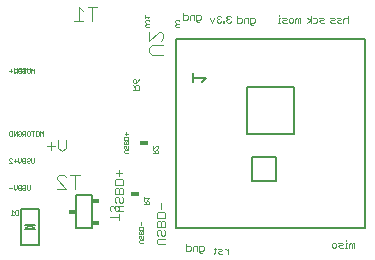
<source format=gbo>
G75*
%MOIN*%
%OFA0B0*%
%FSLAX25Y25*%
%IPPOS*%
%LPD*%
%AMOC8*
5,1,8,0,0,1.08239X$1,22.5*
%
%ADD10C,0.00300*%
%ADD11C,0.00200*%
%ADD12C,0.00500*%
%ADD13C,0.00100*%
%ADD14R,0.03000X0.01800*%
%ADD15C,0.00400*%
%ADD16R,0.02362X0.01772*%
%ADD17C,0.00800*%
%ADD18C,0.00600*%
D10*
X0036999Y0017620D02*
X0039901Y0017620D01*
X0039901Y0018587D02*
X0039901Y0016652D01*
X0039418Y0019599D02*
X0039901Y0020083D01*
X0039901Y0021050D01*
X0039418Y0021534D01*
X0038934Y0021534D01*
X0038450Y0021050D01*
X0037966Y0021534D01*
X0037483Y0021534D01*
X0036999Y0021050D01*
X0036999Y0020083D01*
X0037483Y0019599D01*
X0038599Y0020083D02*
X0038599Y0021050D01*
X0039083Y0021534D01*
X0041501Y0021534D01*
X0041018Y0022545D02*
X0040534Y0022545D01*
X0040050Y0023029D01*
X0040050Y0023997D01*
X0039566Y0024480D01*
X0039083Y0024480D01*
X0038599Y0023997D01*
X0038599Y0023029D01*
X0039083Y0022545D01*
X0038450Y0021050D02*
X0038450Y0020566D01*
X0038599Y0020083D02*
X0039083Y0019599D01*
X0041501Y0019599D01*
X0041018Y0022545D02*
X0041501Y0023029D01*
X0041501Y0023997D01*
X0041018Y0024480D01*
X0041501Y0025492D02*
X0038599Y0025492D01*
X0038599Y0026943D01*
X0039083Y0027427D01*
X0039566Y0027427D01*
X0040050Y0026943D01*
X0040050Y0025492D01*
X0040050Y0026943D02*
X0040534Y0027427D01*
X0041018Y0027427D01*
X0041501Y0026943D01*
X0041501Y0025492D01*
X0041501Y0028438D02*
X0041501Y0029890D01*
X0041018Y0030373D01*
X0039083Y0030373D01*
X0038599Y0029890D01*
X0038599Y0028438D01*
X0041501Y0028438D01*
X0040050Y0031385D02*
X0040050Y0033320D01*
X0041018Y0032352D02*
X0039083Y0032352D01*
X0054050Y0022320D02*
X0054050Y0020385D01*
X0053083Y0019373D02*
X0055018Y0019373D01*
X0055501Y0018890D01*
X0055501Y0017438D01*
X0052599Y0017438D01*
X0052599Y0018890D01*
X0053083Y0019373D01*
X0053083Y0016427D02*
X0052599Y0015943D01*
X0052599Y0014492D01*
X0055501Y0014492D01*
X0055501Y0015943D01*
X0055018Y0016427D01*
X0054534Y0016427D01*
X0054050Y0015943D01*
X0054050Y0014492D01*
X0053566Y0013480D02*
X0053083Y0013480D01*
X0052599Y0012997D01*
X0052599Y0012029D01*
X0053083Y0011545D01*
X0053083Y0010534D02*
X0055501Y0010534D01*
X0055018Y0011545D02*
X0054534Y0011545D01*
X0054050Y0012029D01*
X0054050Y0012997D01*
X0053566Y0013480D01*
X0055018Y0013480D02*
X0055501Y0012997D01*
X0055501Y0012029D01*
X0055018Y0011545D01*
X0053083Y0010534D02*
X0052599Y0010050D01*
X0052599Y0009083D01*
X0053083Y0008599D01*
X0055501Y0008599D01*
X0054050Y0015943D02*
X0053566Y0016427D01*
X0053083Y0016427D01*
X0022299Y0040833D02*
X0022299Y0043302D01*
X0022299Y0040833D02*
X0021064Y0039599D01*
X0019830Y0040833D01*
X0019830Y0043302D01*
X0018616Y0041450D02*
X0016147Y0041450D01*
X0017381Y0042685D02*
X0017381Y0040216D01*
D11*
X0044649Y0060129D02*
X0046851Y0060129D01*
X0046851Y0061230D01*
X0046484Y0061597D01*
X0045750Y0061597D01*
X0045383Y0061230D01*
X0045383Y0060129D01*
X0045383Y0060863D02*
X0044649Y0061597D01*
X0045016Y0062339D02*
X0044649Y0062706D01*
X0044649Y0063440D01*
X0045016Y0063807D01*
X0045383Y0063807D01*
X0045750Y0063440D01*
X0045750Y0062339D01*
X0045016Y0062339D01*
X0045750Y0062339D02*
X0046484Y0063073D01*
X0046851Y0063807D01*
X0061461Y0083549D02*
X0062562Y0083549D01*
X0062929Y0083916D01*
X0062929Y0084650D01*
X0062562Y0085017D01*
X0061461Y0085017D01*
X0061461Y0085751D02*
X0061461Y0083549D01*
X0063671Y0083549D02*
X0063671Y0084650D01*
X0064038Y0085017D01*
X0065139Y0085017D01*
X0065139Y0083549D01*
X0065881Y0083549D02*
X0066982Y0083549D01*
X0067349Y0083916D01*
X0067349Y0084650D01*
X0066982Y0085017D01*
X0065881Y0085017D01*
X0065881Y0083182D01*
X0066248Y0082815D01*
X0066615Y0082815D01*
X0070356Y0084017D02*
X0071090Y0082549D01*
X0071824Y0084017D01*
X0072566Y0084017D02*
X0072933Y0083650D01*
X0072566Y0083283D01*
X0072566Y0082916D01*
X0072933Y0082549D01*
X0073667Y0082549D01*
X0074034Y0082916D01*
X0074772Y0082916D02*
X0074772Y0082549D01*
X0075139Y0082549D01*
X0075139Y0082916D01*
X0074772Y0082916D01*
X0075881Y0082916D02*
X0076248Y0082549D01*
X0076982Y0082549D01*
X0077349Y0082916D01*
X0076615Y0083650D02*
X0076248Y0083650D01*
X0075881Y0083283D01*
X0075881Y0082916D01*
X0076248Y0083650D02*
X0075881Y0084017D01*
X0075881Y0084384D01*
X0076248Y0084751D01*
X0076982Y0084751D01*
X0077349Y0084384D01*
X0079461Y0084751D02*
X0079461Y0082549D01*
X0080562Y0082549D01*
X0080929Y0082916D01*
X0080929Y0083650D01*
X0080562Y0084017D01*
X0079461Y0084017D01*
X0081671Y0083650D02*
X0081671Y0082549D01*
X0081671Y0083650D02*
X0082038Y0084017D01*
X0083139Y0084017D01*
X0083139Y0082549D01*
X0083881Y0082549D02*
X0084982Y0082549D01*
X0085349Y0082916D01*
X0085349Y0083650D01*
X0084982Y0084017D01*
X0083881Y0084017D01*
X0083881Y0082182D01*
X0084248Y0081815D01*
X0084615Y0081815D01*
X0092985Y0082549D02*
X0093719Y0082549D01*
X0093352Y0082549D02*
X0093352Y0084017D01*
X0093719Y0084017D01*
X0094461Y0084017D02*
X0095562Y0084017D01*
X0095929Y0083650D01*
X0095562Y0083283D01*
X0094828Y0083283D01*
X0094461Y0082916D01*
X0094828Y0082549D01*
X0095929Y0082549D01*
X0096671Y0082916D02*
X0097038Y0082549D01*
X0097772Y0082549D01*
X0098139Y0082916D01*
X0098139Y0083650D01*
X0097772Y0084017D01*
X0097038Y0084017D01*
X0096671Y0083650D01*
X0096671Y0082916D01*
X0098881Y0082549D02*
X0098881Y0083650D01*
X0099248Y0084017D01*
X0099615Y0083650D01*
X0099615Y0082549D01*
X0100349Y0082549D02*
X0100349Y0084017D01*
X0099982Y0084017D01*
X0099615Y0083650D01*
X0102828Y0084017D02*
X0103929Y0083283D01*
X0102828Y0082549D01*
X0103929Y0082549D02*
X0103929Y0084751D01*
X0104671Y0084017D02*
X0105772Y0084017D01*
X0106139Y0083650D01*
X0106139Y0082916D01*
X0105772Y0082549D01*
X0104671Y0082549D01*
X0106881Y0082916D02*
X0107248Y0083283D01*
X0107982Y0083283D01*
X0108349Y0083650D01*
X0107982Y0084017D01*
X0106881Y0084017D01*
X0106881Y0082916D02*
X0107248Y0082549D01*
X0108349Y0082549D01*
X0110461Y0082916D02*
X0110828Y0083283D01*
X0111562Y0083283D01*
X0111929Y0083650D01*
X0111562Y0084017D01*
X0110461Y0084017D01*
X0110461Y0082916D02*
X0110828Y0082549D01*
X0111929Y0082549D01*
X0112671Y0082916D02*
X0113038Y0082549D01*
X0114139Y0082549D01*
X0114881Y0082549D02*
X0114881Y0083650D01*
X0115248Y0084017D01*
X0115982Y0084017D01*
X0116349Y0083650D01*
X0116349Y0084751D02*
X0116349Y0082549D01*
X0114139Y0083650D02*
X0113772Y0084017D01*
X0112671Y0084017D01*
X0113038Y0083283D02*
X0113772Y0083283D01*
X0114139Y0083650D01*
X0113038Y0083283D02*
X0112671Y0082916D01*
X0093352Y0084751D02*
X0093352Y0085118D01*
X0074034Y0084384D02*
X0073667Y0084751D01*
X0072933Y0084751D01*
X0072566Y0084384D01*
X0072566Y0084017D01*
X0072933Y0083650D02*
X0073300Y0083650D01*
X0115772Y0010118D02*
X0115772Y0009751D01*
X0115772Y0009017D02*
X0115772Y0007549D01*
X0116139Y0007549D02*
X0115405Y0007549D01*
X0114666Y0007549D02*
X0113565Y0007549D01*
X0113198Y0007916D01*
X0113565Y0008283D01*
X0114299Y0008283D01*
X0114666Y0008650D01*
X0114299Y0009017D01*
X0113198Y0009017D01*
X0112456Y0008650D02*
X0112456Y0007916D01*
X0112089Y0007549D01*
X0111355Y0007549D01*
X0110988Y0007916D01*
X0110988Y0008650D01*
X0111355Y0009017D01*
X0112089Y0009017D01*
X0112456Y0008650D01*
X0115772Y0009017D02*
X0116139Y0009017D01*
X0116881Y0008650D02*
X0116881Y0007549D01*
X0117615Y0007549D02*
X0117615Y0008650D01*
X0117248Y0009017D01*
X0116881Y0008650D01*
X0117615Y0008650D02*
X0117982Y0009017D01*
X0118349Y0009017D01*
X0118349Y0007549D01*
X0076349Y0007017D02*
X0076349Y0005549D01*
X0076349Y0006283D02*
X0075615Y0007017D01*
X0075248Y0007017D01*
X0074507Y0006650D02*
X0074140Y0006283D01*
X0073406Y0006283D01*
X0073039Y0005916D01*
X0073406Y0005549D01*
X0074507Y0005549D01*
X0074507Y0006650D02*
X0074140Y0007017D01*
X0073039Y0007017D01*
X0072297Y0007017D02*
X0071563Y0007017D01*
X0071930Y0007384D02*
X0071930Y0005916D01*
X0071563Y0005549D01*
X0068349Y0006916D02*
X0067982Y0006549D01*
X0066881Y0006549D01*
X0066881Y0006182D02*
X0066881Y0008017D01*
X0067982Y0008017D01*
X0068349Y0007650D01*
X0068349Y0006916D01*
X0067615Y0005815D02*
X0067248Y0005815D01*
X0066881Y0006182D01*
X0066139Y0006549D02*
X0066139Y0008017D01*
X0065038Y0008017D01*
X0064671Y0007650D01*
X0064671Y0006549D01*
X0063929Y0006916D02*
X0063929Y0007650D01*
X0063562Y0008017D01*
X0062461Y0008017D01*
X0062461Y0008751D02*
X0062461Y0006549D01*
X0063562Y0006549D01*
X0063929Y0006916D01*
D12*
X0013402Y0008543D02*
X0007496Y0008543D01*
X0007496Y0020354D01*
X0013402Y0020354D01*
X0013402Y0008543D01*
X0012199Y0013699D02*
X0010449Y0015199D01*
X0008699Y0013699D01*
X0012199Y0013699D01*
X0012199Y0015199D02*
X0008699Y0015199D01*
X0025890Y0013937D02*
X0025890Y0024961D01*
X0031008Y0024961D01*
X0031008Y0013937D01*
X0025890Y0013937D01*
D13*
X0010316Y0026999D02*
X0010066Y0026749D01*
X0009566Y0026749D01*
X0009315Y0026999D01*
X0009315Y0028250D01*
X0008843Y0028000D02*
X0008843Y0027750D01*
X0008593Y0027500D01*
X0008092Y0027500D01*
X0007842Y0027250D01*
X0007842Y0026999D01*
X0008092Y0026749D01*
X0008593Y0026749D01*
X0008843Y0026999D01*
X0008843Y0028000D02*
X0008593Y0028250D01*
X0008092Y0028250D01*
X0007842Y0028000D01*
X0007370Y0028250D02*
X0006619Y0028250D01*
X0006369Y0028000D01*
X0006369Y0027750D01*
X0006619Y0027500D01*
X0007370Y0027500D01*
X0007370Y0028250D02*
X0007370Y0026749D01*
X0006619Y0026749D01*
X0006369Y0026999D01*
X0006369Y0027250D01*
X0006619Y0027500D01*
X0005897Y0027250D02*
X0005396Y0026749D01*
X0004896Y0027250D01*
X0004896Y0028250D01*
X0004423Y0027500D02*
X0003422Y0027500D01*
X0005897Y0027250D02*
X0005897Y0028250D01*
X0010316Y0028250D02*
X0010316Y0026999D01*
X0006399Y0020000D02*
X0005648Y0020000D01*
X0005398Y0019750D01*
X0005398Y0018749D01*
X0005648Y0018499D01*
X0006399Y0018499D01*
X0006399Y0020000D01*
X0004926Y0019500D02*
X0004425Y0020000D01*
X0004425Y0018499D01*
X0003925Y0018499D02*
X0004926Y0018499D01*
X0004423Y0035749D02*
X0003422Y0036750D01*
X0003422Y0037000D01*
X0003673Y0037250D01*
X0004173Y0037250D01*
X0004423Y0037000D01*
X0004896Y0036500D02*
X0005897Y0036500D01*
X0006369Y0036250D02*
X0006369Y0037250D01*
X0006369Y0036250D02*
X0006869Y0035749D01*
X0007370Y0036250D01*
X0007370Y0037250D01*
X0007842Y0037000D02*
X0007842Y0036750D01*
X0008092Y0036500D01*
X0008843Y0036500D01*
X0009315Y0036250D02*
X0009315Y0035999D01*
X0009566Y0035749D01*
X0010066Y0035749D01*
X0010316Y0035999D01*
X0010789Y0035999D02*
X0010789Y0037250D01*
X0010316Y0037000D02*
X0010316Y0036750D01*
X0010066Y0036500D01*
X0009566Y0036500D01*
X0009315Y0036250D01*
X0008843Y0035749D02*
X0008092Y0035749D01*
X0007842Y0035999D01*
X0007842Y0036250D01*
X0008092Y0036500D01*
X0007842Y0037000D02*
X0008092Y0037250D01*
X0008843Y0037250D01*
X0008843Y0035749D01*
X0009315Y0037000D02*
X0009566Y0037250D01*
X0010066Y0037250D01*
X0010316Y0037000D01*
X0010789Y0035999D02*
X0011039Y0035749D01*
X0011539Y0035749D01*
X0011790Y0035999D01*
X0011790Y0037250D01*
X0005396Y0037000D02*
X0005396Y0035999D01*
X0004423Y0035749D02*
X0003422Y0035749D01*
X0003673Y0044749D02*
X0003422Y0044999D01*
X0003422Y0046000D01*
X0003673Y0046250D01*
X0004423Y0046250D01*
X0004423Y0044749D01*
X0003673Y0044749D01*
X0004896Y0044749D02*
X0004896Y0046250D01*
X0005897Y0046250D02*
X0004896Y0044749D01*
X0005897Y0044749D02*
X0005897Y0046250D01*
X0006369Y0046000D02*
X0006619Y0046250D01*
X0007120Y0046250D01*
X0007370Y0046000D01*
X0007370Y0044999D01*
X0007120Y0044749D01*
X0006619Y0044749D01*
X0006369Y0044999D01*
X0006369Y0045500D01*
X0006869Y0045500D01*
X0007842Y0045500D02*
X0008092Y0045250D01*
X0008843Y0045250D01*
X0008343Y0045250D02*
X0007842Y0044749D01*
X0007842Y0045500D02*
X0007842Y0046000D01*
X0008092Y0046250D01*
X0008843Y0046250D01*
X0008843Y0044749D01*
X0009315Y0044999D02*
X0009315Y0046000D01*
X0009566Y0046250D01*
X0010066Y0046250D01*
X0010316Y0046000D01*
X0010316Y0044999D01*
X0010066Y0044749D01*
X0009566Y0044749D01*
X0009315Y0044999D01*
X0010789Y0046250D02*
X0011790Y0046250D01*
X0011289Y0046250D02*
X0011289Y0044749D01*
X0012262Y0044999D02*
X0012262Y0046000D01*
X0012512Y0046250D01*
X0013013Y0046250D01*
X0013263Y0046000D01*
X0013263Y0044999D01*
X0013013Y0044749D01*
X0012512Y0044749D01*
X0012262Y0044999D01*
X0013735Y0044749D02*
X0013735Y0046250D01*
X0014236Y0045750D01*
X0014736Y0046250D01*
X0014736Y0044749D01*
X0011848Y0065648D02*
X0011848Y0067150D01*
X0011347Y0066649D01*
X0010847Y0067150D01*
X0010847Y0065648D01*
X0010374Y0065899D02*
X0010124Y0065648D01*
X0009624Y0065648D01*
X0009374Y0065899D01*
X0009374Y0066899D01*
X0009624Y0067150D01*
X0010124Y0067150D01*
X0010374Y0066899D01*
X0010374Y0065899D01*
X0010316Y0065999D02*
X0010066Y0065749D01*
X0009566Y0065749D01*
X0009315Y0065999D01*
X0009315Y0067250D01*
X0008901Y0067150D02*
X0007900Y0067150D01*
X0007842Y0067000D02*
X0008092Y0067250D01*
X0008593Y0067250D01*
X0008843Y0067000D01*
X0008843Y0066750D01*
X0008593Y0066500D01*
X0008092Y0066500D01*
X0007842Y0066250D01*
X0007842Y0065999D01*
X0008092Y0065749D01*
X0008593Y0065749D01*
X0008843Y0065999D01*
X0008401Y0065648D02*
X0008401Y0067150D01*
X0007428Y0066899D02*
X0007428Y0065899D01*
X0007178Y0065648D01*
X0006677Y0065648D01*
X0006427Y0065899D01*
X0006427Y0066899D01*
X0006677Y0067150D01*
X0007178Y0067150D01*
X0007428Y0066899D01*
X0007370Y0067250D02*
X0006619Y0067250D01*
X0006369Y0067000D01*
X0006369Y0066750D01*
X0006619Y0066500D01*
X0007370Y0066500D01*
X0007370Y0067250D02*
X0007370Y0065749D01*
X0006619Y0065749D01*
X0006369Y0065999D01*
X0006369Y0066250D01*
X0006619Y0066500D01*
X0005955Y0066149D02*
X0005204Y0066149D01*
X0004954Y0066399D01*
X0004954Y0066899D01*
X0005204Y0067150D01*
X0005955Y0067150D01*
X0005955Y0065648D01*
X0005396Y0065749D02*
X0004896Y0066250D01*
X0004896Y0067250D01*
X0004423Y0066500D02*
X0003422Y0066500D01*
X0003923Y0067000D02*
X0003923Y0065999D01*
X0004954Y0065648D02*
X0005454Y0066149D01*
X0005396Y0065749D02*
X0005897Y0066250D01*
X0005897Y0067250D01*
X0010316Y0067250D02*
X0010316Y0065999D01*
X0041899Y0045443D02*
X0042899Y0045443D01*
X0042399Y0044943D02*
X0042399Y0045944D01*
X0041899Y0044471D02*
X0042899Y0044471D01*
X0043150Y0044220D01*
X0043150Y0043470D01*
X0041648Y0043470D01*
X0041648Y0044220D01*
X0041899Y0044471D01*
X0041899Y0042997D02*
X0041648Y0042747D01*
X0041648Y0041997D01*
X0043150Y0041997D01*
X0043150Y0042747D01*
X0042899Y0042997D01*
X0042649Y0042997D01*
X0042399Y0042747D01*
X0042399Y0041997D01*
X0042149Y0041524D02*
X0041899Y0041524D01*
X0041648Y0041274D01*
X0041648Y0040773D01*
X0041899Y0040523D01*
X0041899Y0040051D02*
X0043150Y0040051D01*
X0042899Y0040523D02*
X0043150Y0040773D01*
X0043150Y0041274D01*
X0042899Y0041524D01*
X0042399Y0041274D02*
X0042149Y0041524D01*
X0042399Y0041274D02*
X0042399Y0040773D01*
X0042649Y0040523D01*
X0042899Y0040523D01*
X0041899Y0040051D02*
X0041648Y0039801D01*
X0041648Y0039300D01*
X0041899Y0039050D01*
X0043150Y0039050D01*
X0042399Y0042747D02*
X0042149Y0042997D01*
X0041899Y0042997D01*
X0051499Y0041473D02*
X0051499Y0040472D01*
X0052500Y0041473D01*
X0052750Y0041473D01*
X0053000Y0041223D01*
X0053000Y0040722D01*
X0052750Y0040472D01*
X0052750Y0040000D02*
X0052249Y0040000D01*
X0051999Y0039749D01*
X0051999Y0038999D01*
X0051499Y0038999D02*
X0053000Y0038999D01*
X0053000Y0039749D01*
X0052750Y0040000D01*
X0051999Y0039499D02*
X0051499Y0040000D01*
X0048499Y0024473D02*
X0048499Y0023472D01*
X0048499Y0023000D02*
X0048999Y0022499D01*
X0048999Y0022749D02*
X0048999Y0021999D01*
X0048499Y0021999D02*
X0050000Y0021999D01*
X0050000Y0022749D01*
X0049750Y0023000D01*
X0049249Y0023000D01*
X0048999Y0022749D01*
X0049500Y0023472D02*
X0050000Y0023972D01*
X0048499Y0023972D01*
X0047399Y0015944D02*
X0047399Y0014943D01*
X0046899Y0014471D02*
X0047899Y0014471D01*
X0048150Y0014220D01*
X0048150Y0013470D01*
X0046648Y0013470D01*
X0046648Y0014220D01*
X0046899Y0014471D01*
X0046899Y0012997D02*
X0046648Y0012747D01*
X0046648Y0011997D01*
X0048150Y0011997D01*
X0048150Y0012747D01*
X0047899Y0012997D01*
X0047649Y0012997D01*
X0047399Y0012747D01*
X0047399Y0011997D01*
X0047149Y0011524D02*
X0046899Y0011524D01*
X0046648Y0011274D01*
X0046648Y0010773D01*
X0046899Y0010523D01*
X0046899Y0010051D02*
X0048150Y0010051D01*
X0047899Y0010523D02*
X0047649Y0010523D01*
X0047399Y0010773D01*
X0047399Y0011274D01*
X0047149Y0011524D01*
X0047899Y0011524D02*
X0048150Y0011274D01*
X0048150Y0010773D01*
X0047899Y0010523D01*
X0046899Y0010051D02*
X0046648Y0009801D01*
X0046648Y0009300D01*
X0046899Y0009050D01*
X0048150Y0009050D01*
X0047399Y0012747D02*
X0047149Y0012997D01*
X0046899Y0012997D01*
X0049149Y0081050D02*
X0048648Y0081550D01*
X0049149Y0082051D01*
X0050150Y0082051D01*
X0050150Y0083024D02*
X0050150Y0083524D01*
X0050150Y0083274D02*
X0048899Y0083274D01*
X0048648Y0083024D01*
X0048648Y0082773D01*
X0048899Y0082523D01*
X0049149Y0081050D02*
X0050150Y0081050D01*
X0049649Y0083997D02*
X0050150Y0084497D01*
X0048648Y0084497D01*
X0048648Y0083997D02*
X0048648Y0084997D01*
X0058648Y0083024D02*
X0058648Y0082773D01*
X0058899Y0082523D01*
X0059149Y0082051D02*
X0060150Y0082051D01*
X0060150Y0083024D02*
X0060150Y0083524D01*
X0060150Y0083274D02*
X0058899Y0083274D01*
X0058648Y0083024D01*
X0059149Y0082051D02*
X0058648Y0081550D01*
X0059149Y0081050D01*
X0060150Y0081050D01*
D14*
X0048449Y0042449D03*
X0045449Y0025449D03*
D15*
X0026957Y0031753D02*
X0023887Y0031753D01*
X0025422Y0031753D02*
X0025422Y0027149D01*
X0022353Y0027149D02*
X0019283Y0030218D01*
X0019283Y0030985D01*
X0020051Y0031753D01*
X0021585Y0031753D01*
X0022353Y0030985D01*
X0022353Y0027149D02*
X0019283Y0027149D01*
X0050983Y0071874D02*
X0050216Y0072641D01*
X0050216Y0074176D01*
X0050983Y0074943D01*
X0054820Y0074943D01*
X0054052Y0076478D02*
X0054820Y0077245D01*
X0054820Y0078780D01*
X0054052Y0079547D01*
X0053285Y0079547D01*
X0050216Y0076478D01*
X0050216Y0079547D01*
X0050983Y0071874D02*
X0054820Y0071874D01*
X0032749Y0087753D02*
X0029680Y0087753D01*
X0031214Y0087753D02*
X0031214Y0083149D01*
X0028145Y0083149D02*
X0025076Y0083149D01*
X0026610Y0083149D02*
X0026610Y0087753D01*
X0028145Y0086218D01*
D16*
X0032484Y0023189D03*
X0024413Y0019449D03*
X0032484Y0015709D03*
D17*
X0058953Y0013953D02*
X0121945Y0013953D01*
X0121945Y0076945D01*
X0058953Y0076945D01*
X0058953Y0013953D01*
X0084543Y0029701D02*
X0092417Y0029701D01*
X0092417Y0037575D01*
X0084543Y0037575D01*
X0084543Y0029701D01*
X0082575Y0045449D02*
X0082575Y0061197D01*
X0098323Y0061197D01*
X0098323Y0045449D01*
X0082575Y0045449D01*
D18*
X0067622Y0062739D02*
X0069090Y0064207D01*
X0064686Y0064207D01*
X0064686Y0062739D02*
X0064686Y0065675D01*
M02*

</source>
